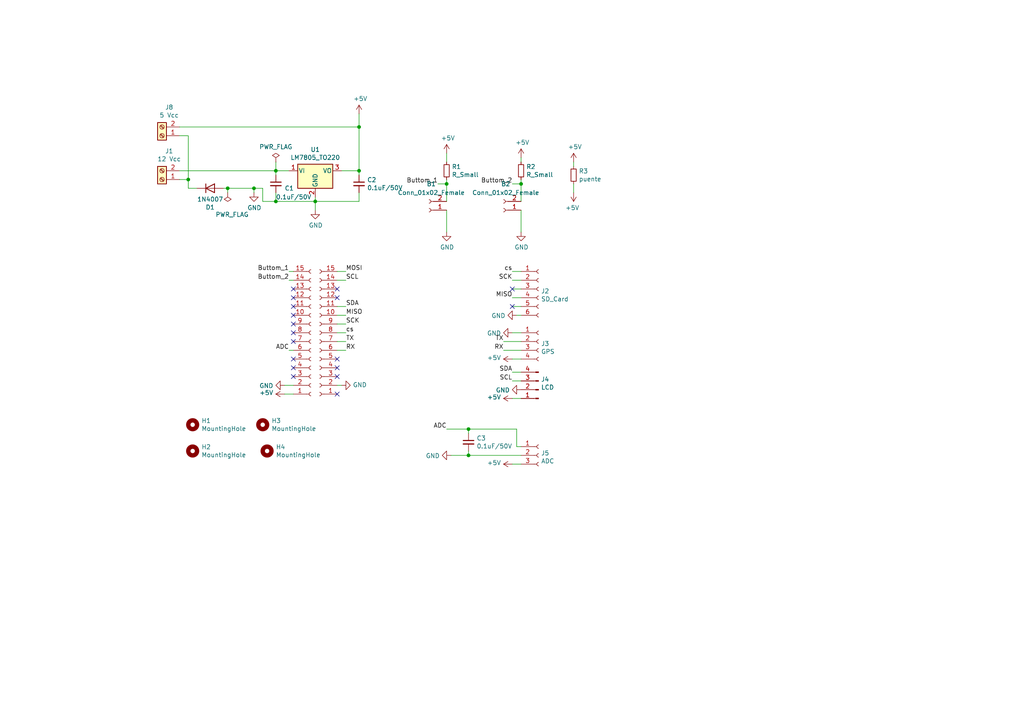
<source format=kicad_sch>
(kicad_sch (version 20211123) (generator eeschema)
  (paper "A4")
  (lib_symbols
    (symbol "Connector:Conn_01x02_Female" (pin_names (offset 1.016) hide)
      (property "Reference" "J" (at 0 2.54 0))
      (property "Value" "Conn_01x02_Female" (at 0 -5.08 0))
      (symbol "Conn_01x02_Female_1_1"
        (arc (start 0 -2.032) (mid -0.508 -2.54) (end 0 -3.048) (stroke (width 0.1524)))
        (polyline (pts (xy -1.27 -2.54) (xy -0.508 -2.54)) (stroke (width 0.1524)))
        (polyline (pts (xy -1.27 0) (xy -0.508 0)) (stroke (width 0.1524)))
        (arc (start 0 0.508) (mid -0.508 0) (end 0 -0.508) (stroke (width 0.1524)))
        (pin passive line (at -5.08 0 0) (length 3.81) (name "Pin_1") (number "1"))
        (pin passive line (at -5.08 -2.54 0) (length 3.81) (name "Pin_2") (number "2"))
      )
    )
    (symbol "Connector:Conn_01x03_Female" (pin_names (offset 1.016) hide)
      (property "Reference" "J" (at 0 5.08 0))
      (property "Value" "Conn_01x03_Female" (at 0 -5.08 0))
      (symbol "Conn_01x03_Female_1_1"
        (arc (start 0 -2.032) (mid -0.508 -2.54) (end 0 -3.048) (stroke (width 0.1524)))
        (polyline (pts (xy -1.27 -2.54) (xy -0.508 -2.54)) (stroke (width 0.1524)))
        (polyline (pts (xy -1.27 0) (xy -0.508 0)) (stroke (width 0.1524)))
        (polyline (pts (xy -1.27 2.54) (xy -0.508 2.54)) (stroke (width 0.1524)))
        (arc (start 0 0.508) (mid -0.508 0) (end 0 -0.508) (stroke (width 0.1524)))
        (arc (start 0 3.048) (mid -0.508 2.54) (end 0 2.032) (stroke (width 0.1524)))
        (pin passive line (at -5.08 2.54 0) (length 3.81) (name "Pin_1") (number "1"))
        (pin passive line (at -5.08 0 0) (length 3.81) (name "Pin_2") (number "2"))
        (pin passive line (at -5.08 -2.54 0) (length 3.81) (name "Pin_3") (number "3"))
      )
    )
    (symbol "Connector:Conn_01x04_Female" (pin_names (offset 1.016) hide)
      (property "Reference" "J" (at 0 5.08 0))
      (property "Value" "Conn_01x04_Female" (at 0 -7.62 0))
      (symbol "Conn_01x04_Female_1_1"
        (arc (start 0 -4.572) (mid -0.508 -5.08) (end 0 -5.588) (stroke (width 0.1524)))
        (arc (start 0 -2.032) (mid -0.508 -2.54) (end 0 -3.048) (stroke (width 0.1524)))
        (polyline (pts (xy -1.27 -5.08) (xy -0.508 -5.08)) (stroke (width 0.1524)))
        (polyline (pts (xy -1.27 -2.54) (xy -0.508 -2.54)) (stroke (width 0.1524)))
        (polyline (pts (xy -1.27 0) (xy -0.508 0)) (stroke (width 0.1524)))
        (polyline (pts (xy -1.27 2.54) (xy -0.508 2.54)) (stroke (width 0.1524)))
        (arc (start 0 0.508) (mid -0.508 0) (end 0 -0.508) (stroke (width 0.1524)))
        (arc (start 0 3.048) (mid -0.508 2.54) (end 0 2.032) (stroke (width 0.1524)))
        (pin passive line (at -5.08 2.54 0) (length 3.81) (name "Pin_1") (number "1"))
        (pin passive line (at -5.08 0 0) (length 3.81) (name "Pin_2") (number "2"))
        (pin passive line (at -5.08 -2.54 0) (length 3.81) (name "Pin_3") (number "3"))
        (pin passive line (at -5.08 -5.08 0) (length 3.81) (name "Pin_4") (number "4"))
      )
    )
    (symbol "Connector:Conn_01x04_Male" (pin_names (offset 1.016) hide)
      (property "Reference" "J" (at 0 5.08 0))
      (property "Value" "Conn_01x04_Male" (at 0 -7.62 0))
      (symbol "Conn_01x04_Male_1_1"
        (polyline (pts (xy 1.27 -5.08) (xy 0.8636 -5.08)) (stroke (width 0.1524)))
        (polyline (pts (xy 1.27 -2.54) (xy 0.8636 -2.54)) (stroke (width 0.1524)))
        (polyline (pts (xy 1.27 0) (xy 0.8636 0)) (stroke (width 0.1524)))
        (polyline (pts (xy 1.27 2.54) (xy 0.8636 2.54)) (stroke (width 0.1524)))
        (rectangle (start 0.8636 -4.953) (end 0 -5.207) (stroke (width 0.1524)) (fill (type outline)))
        (rectangle (start 0.8636 -2.413) (end 0 -2.667) (stroke (width 0.1524)) (fill (type outline)))
        (rectangle (start 0.8636 0.127) (end 0 -0.127) (stroke (width 0.1524)) (fill (type outline)))
        (rectangle (start 0.8636 2.667) (end 0 2.413) (stroke (width 0.1524)) (fill (type outline)))
        (pin passive line (at 5.08 2.54 180) (length 3.81) (name "Pin_1") (number "1"))
        (pin passive line (at 5.08 0 180) (length 3.81) (name "Pin_2") (number "2"))
        (pin passive line (at 5.08 -2.54 180) (length 3.81) (name "Pin_3") (number "3"))
        (pin passive line (at 5.08 -5.08 180) (length 3.81) (name "Pin_4") (number "4"))
      )
    )
    (symbol "Connector:Conn_01x06_Female" (pin_names (offset 1.016) hide)
      (property "Reference" "J" (at 0 7.62 0))
      (property "Value" "Conn_01x06_Female" (at 0 -10.16 0))
      (symbol "Conn_01x06_Female_1_1"
        (arc (start 0 -7.112) (mid -0.508 -7.62) (end 0 -8.128) (stroke (width 0.1524)))
        (arc (start 0 -4.572) (mid -0.508 -5.08) (end 0 -5.588) (stroke (width 0.1524)))
        (arc (start 0 -2.032) (mid -0.508 -2.54) (end 0 -3.048) (stroke (width 0.1524)))
        (polyline (pts (xy -1.27 -7.62) (xy -0.508 -7.62)) (stroke (width 0.1524)))
        (polyline (pts (xy -1.27 -5.08) (xy -0.508 -5.08)) (stroke (width 0.1524)))
        (polyline (pts (xy -1.27 -2.54) (xy -0.508 -2.54)) (stroke (width 0.1524)))
        (polyline (pts (xy -1.27 0) (xy -0.508 0)) (stroke (width 0.1524)))
        (polyline (pts (xy -1.27 2.54) (xy -0.508 2.54)) (stroke (width 0.1524)))
        (polyline (pts (xy -1.27 5.08) (xy -0.508 5.08)) (stroke (width 0.1524)))
        (arc (start 0 0.508) (mid -0.508 0) (end 0 -0.508) (stroke (width 0.1524)))
        (arc (start 0 3.048) (mid -0.508 2.54) (end 0 2.032) (stroke (width 0.1524)))
        (arc (start 0 5.588) (mid -0.508 5.08) (end 0 4.572) (stroke (width 0.1524)))
        (pin passive line (at -5.08 5.08 0) (length 3.81) (name "Pin_1") (number "1"))
        (pin passive line (at -5.08 2.54 0) (length 3.81) (name "Pin_2") (number "2"))
        (pin passive line (at -5.08 0 0) (length 3.81) (name "Pin_3") (number "3"))
        (pin passive line (at -5.08 -2.54 0) (length 3.81) (name "Pin_4") (number "4"))
        (pin passive line (at -5.08 -5.08 0) (length 3.81) (name "Pin_5") (number "5"))
        (pin passive line (at -5.08 -7.62 0) (length 3.81) (name "Pin_6") (number "6"))
      )
    )
    (symbol "Connector:Conn_01x15_Female" (pin_names (offset 1.016) hide)
      (property "Reference" "J" (at 0 20.32 0))
      (property "Value" "Conn_01x15_Female" (at 0 -20.32 0))
      (symbol "Conn_01x15_Female_1_1"
        (arc (start 0 -17.272) (mid -0.508 -17.78) (end 0 -18.288) (stroke (width 0.1524)))
        (arc (start 0 -14.732) (mid -0.508 -15.24) (end 0 -15.748) (stroke (width 0.1524)))
        (arc (start 0 -12.192) (mid -0.508 -12.7) (end 0 -13.208) (stroke (width 0.1524)))
        (arc (start 0 -9.652) (mid -0.508 -10.16) (end 0 -10.668) (stroke (width 0.1524)))
        (arc (start 0 -7.112) (mid -0.508 -7.62) (end 0 -8.128) (stroke (width 0.1524)))
        (arc (start 0 -4.572) (mid -0.508 -5.08) (end 0 -5.588) (stroke (width 0.1524)))
        (arc (start 0 -2.032) (mid -0.508 -2.54) (end 0 -3.048) (stroke (width 0.1524)))
        (polyline (pts (xy -1.27 -17.78) (xy -0.508 -17.78)) (stroke (width 0.1524)))
        (polyline (pts (xy -1.27 -15.24) (xy -0.508 -15.24)) (stroke (width 0.1524)))
        (polyline (pts (xy -1.27 -12.7) (xy -0.508 -12.7)) (stroke (width 0.1524)))
        (polyline (pts (xy -1.27 -10.16) (xy -0.508 -10.16)) (stroke (width 0.1524)))
        (polyline (pts (xy -1.27 -7.62) (xy -0.508 -7.62)) (stroke (width 0.1524)))
        (polyline (pts (xy -1.27 -5.08) (xy -0.508 -5.08)) (stroke (width 0.1524)))
        (polyline (pts (xy -1.27 -2.54) (xy -0.508 -2.54)) (stroke (width 0.1524)))
        (polyline (pts (xy -1.27 0) (xy -0.508 0)) (stroke (width 0.1524)))
        (polyline (pts (xy -1.27 2.54) (xy -0.508 2.54)) (stroke (width 0.1524)))
        (polyline (pts (xy -1.27 5.08) (xy -0.508 5.08)) (stroke (width 0.1524)))
        (polyline (pts (xy -1.27 7.62) (xy -0.508 7.62)) (stroke (width 0.1524)))
        (polyline (pts (xy -1.27 10.16) (xy -0.508 10.16)) (stroke (width 0.1524)))
        (polyline (pts (xy -1.27 12.7) (xy -0.508 12.7)) (stroke (width 0.1524)))
        (polyline (pts (xy -1.27 15.24) (xy -0.508 15.24)) (stroke (width 0.1524)))
        (polyline (pts (xy -1.27 17.78) (xy -0.508 17.78)) (stroke (width 0.1524)))
        (arc (start 0 0.508) (mid -0.508 0) (end 0 -0.508) (stroke (width 0.1524)))
        (arc (start 0 3.048) (mid -0.508 2.54) (end 0 2.032) (stroke (width 0.1524)))
        (arc (start 0 5.588) (mid -0.508 5.08) (end 0 4.572) (stroke (width 0.1524)))
        (arc (start 0 8.128) (mid -0.508 7.62) (end 0 7.112) (stroke (width 0.1524)))
        (arc (start 0 10.668) (mid -0.508 10.16) (end 0 9.652) (stroke (width 0.1524)))
        (arc (start 0 13.208) (mid -0.508 12.7) (end 0 12.192) (stroke (width 0.1524)))
        (arc (start 0 15.748) (mid -0.508 15.24) (end 0 14.732) (stroke (width 0.1524)))
        (arc (start 0 18.288) (mid -0.508 17.78) (end 0 17.272) (stroke (width 0.1524)))
        (pin passive line (at -5.08 17.78 0) (length 3.81) (name "Pin_1") (number "1"))
        (pin passive line (at -5.08 -5.08 0) (length 3.81) (name "Pin_10") (number "10"))
        (pin passive line (at -5.08 -7.62 0) (length 3.81) (name "Pin_11") (number "11"))
        (pin passive line (at -5.08 -10.16 0) (length 3.81) (name "Pin_12") (number "12"))
        (pin passive line (at -5.08 -12.7 0) (length 3.81) (name "Pin_13") (number "13"))
        (pin passive line (at -5.08 -15.24 0) (length 3.81) (name "Pin_14") (number "14"))
        (pin passive line (at -5.08 -17.78 0) (length 3.81) (name "Pin_15") (number "15"))
        (pin passive line (at -5.08 15.24 0) (length 3.81) (name "Pin_2") (number "2"))
        (pin passive line (at -5.08 12.7 0) (length 3.81) (name "Pin_3") (number "3"))
        (pin passive line (at -5.08 10.16 0) (length 3.81) (name "Pin_4") (number "4"))
        (pin passive line (at -5.08 7.62 0) (length 3.81) (name "Pin_5") (number "5"))
        (pin passive line (at -5.08 5.08 0) (length 3.81) (name "Pin_6") (number "6"))
        (pin passive line (at -5.08 2.54 0) (length 3.81) (name "Pin_7") (number "7"))
        (pin passive line (at -5.08 0 0) (length 3.81) (name "Pin_8") (number "8"))
        (pin passive line (at -5.08 -2.54 0) (length 3.81) (name "Pin_9") (number "9"))
      )
    )
    (symbol "Connector:Screw_Terminal_01x02" (pin_names (offset 1.016) hide)
      (property "Reference" "J" (at 0 2.54 0))
      (property "Value" "Screw_Terminal_01x02" (at 0 -5.08 0))
      (symbol "Screw_Terminal_01x02_1_1"
        (rectangle (start -1.27 1.27) (end 1.27 -3.81) (stroke (width 0.254)) (fill (type background)))
        (circle (center 0 -2.54) (radius 0.635) (stroke (width 0.1524)))
        (polyline (pts (xy -0.5334 -2.2098) (xy 0.3302 -3.048)) (stroke (width 0.1524)))
        (polyline (pts (xy -0.5334 0.3302) (xy 0.3302 -0.508)) (stroke (width 0.1524)))
        (polyline (pts (xy -0.3556 -2.032) (xy 0.508 -2.8702)) (stroke (width 0.1524)))
        (polyline (pts (xy -0.3556 0.508) (xy 0.508 -0.3302)) (stroke (width 0.1524)))
        (circle (center 0 0) (radius 0.635) (stroke (width 0.1524)))
        (pin passive line (at -5.08 0 0) (length 3.81) (name "Pin_1") (number "1"))
        (pin passive line (at -5.08 -2.54 0) (length 3.81) (name "Pin_2") (number "2"))
      )
    )
    (symbol "Device:C_Small" (pin_numbers hide) (pin_names (offset 0.254) hide)
      (property "Reference" "C" (at 0.254 1.778 0))
      (property "Value" "C_Small" (at 0.254 -2.032 0))
      (symbol "C_Small_0_1"
        (polyline (pts (xy -1.524 -0.508) (xy 1.524 -0.508)) (stroke (width 0.3302)))
        (polyline (pts (xy -1.524 0.508) (xy 1.524 0.508)) (stroke (width 0.3048)))
      )
      (symbol "C_Small_1_1"
        (pin passive line (at 0 2.54 270) (length 2.032) (name "~") (number "1"))
        (pin passive line (at 0 -2.54 90) (length 2.032) (name "~") (number "2"))
      )
    )
    (symbol "Device:R_Small" (pin_numbers hide) (pin_names (offset 0.254) hide)
      (property "Reference" "R" (at 0.762 0.508 0))
      (property "Value" "R_Small" (at 0.762 -1.016 0))
      (symbol "R_Small_0_1"
        (rectangle (start -0.762 1.778) (end 0.762 -1.778) (stroke (width 0.2032)))
      )
      (symbol "R_Small_1_1"
        (pin passive line (at 0 2.54 270) (length 0.762) (name "~") (number "1"))
        (pin passive line (at 0 -2.54 90) (length 0.762) (name "~") (number "2"))
      )
    )
    (symbol "Diode:1N4007" (pin_numbers hide) (pin_names (offset 1.016) hide)
      (property "Reference" "D" (at 0 2.54 0))
      (property "Value" "1N4007" (at 0 -2.54 0))
      (symbol "1N4007_0_1"
        (polyline (pts (xy -1.27 1.27) (xy -1.27 -1.27)) (stroke (width 0.254)))
        (polyline (pts (xy 1.27 0) (xy -1.27 0)))
        (polyline (pts (xy 1.27 1.27) (xy 1.27 -1.27) (xy -1.27 0) (xy 1.27 1.27)) (stroke (width 0.254)))
      )
      (symbol "1N4007_1_1"
        (pin passive line (at -3.81 0 0) (length 2.54) (name "K") (number "1"))
        (pin passive line (at 3.81 0 180) (length 2.54) (name "A") (number "2"))
      )
    )
    (symbol "Mechanical:MountingHole" (pin_names (offset 1.016))
      (property "Reference" "H" (at 0 5.08 0))
      (property "Value" "MountingHole" (at 0 3.175 0))
      (symbol "MountingHole_0_1"
        (circle (center 0 0) (radius 1.27) (stroke (width 1.27)))
      )
    )
    (symbol "Regulator_Linear:LM7805_TO220" (pin_names (offset 0.254))
      (property "Reference" "U" (at -3.81 3.175 0))
      (property "Value" "LM7805_TO220" (at 0 3.175 0))
      (symbol "LM7805_TO220_0_1"
        (rectangle (start -5.08 1.905) (end 5.08 -5.08) (stroke (width 0.254)) (fill (type background)))
      )
      (symbol "LM7805_TO220_1_1"
        (pin power_in line (at -7.62 0 0) (length 2.54) (name "VI") (number "1"))
        (pin power_in line (at 0 -7.62 90) (length 2.54) (name "GND") (number "2"))
        (pin power_out line (at 7.62 0 180) (length 2.54) (name "VO") (number "3"))
      )
    )
    (symbol "power:+5V" (power) (pin_names (offset 0))
      (property "Value" "+5V" (at 0 3.556 0))
      (symbol "+5V_0_1"
        (polyline (pts (xy -0.762 1.27) (xy 0 2.54)))
        (polyline (pts (xy 0 0) (xy 0 2.54)))
        (polyline (pts (xy 0 2.54) (xy 0.762 1.27)))
      )
      (symbol "+5V_1_1"
        (pin power_in line (at 0 0 90) (length 0) hide (name "+5V") (number "1"))
      )
    )
    (symbol "power:GND" (power) (pin_names (offset 0))
      (property "Value" "GND" (at 0 -3.81 0))
      (symbol "GND_0_1"
        (polyline (pts (xy 0 0) (xy 0 -1.27) (xy 1.27 -1.27) (xy 0 -2.54) (xy -1.27 -1.27) (xy 0 -1.27)))
      )
      (symbol "GND_1_1"
        (pin power_in line (at 0 0 270) (length 0) hide (name "GND") (number "1"))
      )
    )
    (symbol "power:PWR_FLAG" (power) (pin_numbers hide) (pin_names (offset 0) hide)
      (property "Value" "PWR_FLAG" (at 0 3.81 0))
      (symbol "PWR_FLAG_0_0"
        (pin power_out line (at 0 0 90) (length 0) (name "pwr") (number "1"))
      )
      (symbol "PWR_FLAG_0_1"
        (polyline (pts (xy 0 0) (xy 0 1.27) (xy -1.016 1.905) (xy 0 2.54) (xy 1.016 1.905) (xy 0 1.27)))
      )
    )
  )
  (junction (at 135.89 124.46))
  (junction (at 66.04 54.61))
  (junction (at 135.89 132.08))
  (junction (at 54.61 52.07))
  (junction (at 104.14 49.53))
  (junction (at 80.01 58.42))
  (junction (at 91.44 58.42))
  (junction (at 104.14 36.83))
  (junction (at 73.66 54.61))
  (junction (at 129.54 53.34))
  (junction (at 151.13 53.34))
  (junction (at 80.01 49.53))
  (no_connect (at 97.79 83.82))
  (no_connect (at 97.79 86.36))
  (no_connect (at 97.79 114.3))
  (no_connect (at 148.59 83.82))
  (no_connect (at 85.09 99.06))
  (no_connect (at 85.09 96.52))
  (no_connect (at 85.09 88.9))
  (no_connect (at 97.79 104.14))
  (no_connect (at 85.09 91.44))
  (no_connect (at 85.09 93.98))
  (no_connect (at 85.09 104.14))
  (no_connect (at 85.09 86.36))
  (no_connect (at 148.59 88.9))
  (no_connect (at 97.79 109.22))
  (no_connect (at 85.09 109.22))
  (no_connect (at 85.09 83.82))
  (no_connect (at 97.79 106.68))
  (no_connect (at 85.09 106.68))
  (wire (pts (xy 91.44 58.42) (xy 91.44 60.96)))
  (wire (pts (xy 149.86 91.44) (xy 151.13 91.44)))
  (wire (pts (xy 83.82 49.53) (xy 80.01 49.53)))
  (wire (pts (xy 151.13 86.36) (xy 148.59 86.36)))
  (wire (pts (xy 52.07 36.83) (xy 104.14 36.83)))
  (wire (pts (xy 83.82 101.6) (xy 85.09 101.6)))
  (wire (pts (xy 151.13 129.54) (xy 149.86 129.54)))
  (wire (pts (xy 54.61 39.37) (xy 54.61 52.07)))
  (wire (pts (xy 82.55 111.76) (xy 85.09 111.76)))
  (wire (pts (xy 151.13 45.72) (xy 151.13 46.99)))
  (wire (pts (xy 80.01 49.53) (xy 80.01 50.8)))
  (wire (pts (xy 148.59 83.82) (xy 151.13 83.82)))
  (wire (pts (xy 129.54 60.96) (xy 129.54 67.31)))
  (wire (pts (xy 57.15 54.61) (xy 54.61 54.61)))
  (wire (pts (xy 146.05 101.6) (xy 151.13 101.6)))
  (wire (pts (xy 83.82 78.74) (xy 85.09 78.74)))
  (wire (pts (xy 151.13 104.14) (xy 148.59 104.14)))
  (wire (pts (xy 148.59 107.95) (xy 151.13 107.95)))
  (wire (pts (xy 97.79 96.52) (xy 100.33 96.52)))
  (wire (pts (xy 151.13 53.34) (xy 151.13 58.42)))
  (wire (pts (xy 100.33 88.9) (xy 97.79 88.9)))
  (wire (pts (xy 104.14 49.53) (xy 104.14 50.8)))
  (wire (pts (xy 76.2 58.42) (xy 80.01 58.42)))
  (wire (pts (xy 99.06 111.76) (xy 97.79 111.76)))
  (wire (pts (xy 130.81 132.08) (xy 135.89 132.08)))
  (wire (pts (xy 52.07 49.53) (xy 80.01 49.53)))
  (wire (pts (xy 151.13 81.28) (xy 148.59 81.28)))
  (wire (pts (xy 97.79 91.44) (xy 100.33 91.44)))
  (wire (pts (xy 151.13 115.57) (xy 148.59 115.57)))
  (wire (pts (xy 80.01 46.99) (xy 80.01 49.53)))
  (wire (pts (xy 104.14 36.83) (xy 104.14 49.53)))
  (wire (pts (xy 149.86 129.54) (xy 149.86 124.46)))
  (wire (pts (xy 166.37 46.99) (xy 166.37 48.26)))
  (wire (pts (xy 127 53.34) (xy 129.54 53.34)))
  (wire (pts (xy 135.89 124.46) (xy 149.86 124.46)))
  (wire (pts (xy 151.13 60.96) (xy 151.13 67.31)))
  (wire (pts (xy 52.07 39.37) (xy 54.61 39.37)))
  (wire (pts (xy 104.14 55.88) (xy 104.14 58.42)))
  (wire (pts (xy 91.44 58.42) (xy 91.44 57.15)))
  (wire (pts (xy 151.13 52.07) (xy 151.13 53.34)))
  (wire (pts (xy 129.54 52.07) (xy 129.54 53.34)))
  (wire (pts (xy 148.59 78.74) (xy 151.13 78.74)))
  (wire (pts (xy 97.79 101.6) (xy 100.33 101.6)))
  (wire (pts (xy 129.54 53.34) (xy 129.54 58.42)))
  (wire (pts (xy 82.55 114.3) (xy 85.09 114.3)))
  (wire (pts (xy 99.06 49.53) (xy 104.14 49.53)))
  (wire (pts (xy 146.05 99.06) (xy 151.13 99.06)))
  (wire (pts (xy 148.59 88.9) (xy 151.13 88.9)))
  (wire (pts (xy 66.04 54.61) (xy 73.66 54.61)))
  (wire (pts (xy 100.33 93.98) (xy 97.79 93.98)))
  (wire (pts (xy 73.66 54.61) (xy 76.2 54.61)))
  (wire (pts (xy 129.54 124.46) (xy 135.89 124.46)))
  (wire (pts (xy 54.61 52.07) (xy 52.07 52.07)))
  (wire (pts (xy 148.59 110.49) (xy 151.13 110.49)))
  (wire (pts (xy 166.37 53.34) (xy 166.37 55.88)))
  (wire (pts (xy 54.61 54.61) (xy 54.61 52.07)))
  (wire (pts (xy 135.89 124.46) (xy 135.89 125.73)))
  (wire (pts (xy 66.04 55.88) (xy 66.04 54.61)))
  (wire (pts (xy 135.89 130.81) (xy 135.89 132.08)))
  (wire (pts (xy 76.2 54.61) (xy 76.2 58.42)))
  (wire (pts (xy 148.59 53.34) (xy 151.13 53.34)))
  (wire (pts (xy 104.14 33.02) (xy 104.14 36.83)))
  (wire (pts (xy 148.59 96.52) (xy 151.13 96.52)))
  (wire (pts (xy 97.79 99.06) (xy 100.33 99.06)))
  (wire (pts (xy 104.14 58.42) (xy 91.44 58.42)))
  (wire (pts (xy 148.59 134.62) (xy 151.13 134.62)))
  (wire (pts (xy 129.54 44.45) (xy 129.54 46.99)))
  (wire (pts (xy 135.89 132.08) (xy 151.13 132.08)))
  (wire (pts (xy 80.01 55.88) (xy 80.01 58.42)))
  (wire (pts (xy 80.01 58.42) (xy 91.44 58.42)))
  (wire (pts (xy 83.82 81.28) (xy 85.09 81.28)))
  (wire (pts (xy 100.33 78.74) (xy 97.79 78.74)))
  (wire (pts (xy 97.79 81.28) (xy 100.33 81.28)))
  (wire (pts (xy 73.66 55.88) (xy 73.66 54.61)))
  (wire (pts (xy 64.77 54.61) (xy 66.04 54.61)))
  (label "Buttom_2" (at 148.59 53.34 180))
  (label "RX" (at 100.33 101.6 0))
  (label "TX" (at 146.05 99.06 180))
  (label "Buttom_1" (at 127 53.34 180))
  (label "Buttom_2" (at 83.82 81.28 180))
  (label "cs" (at 148.59 78.74 180))
  (label "Buttom_1" (at 83.82 78.74 180))
  (label "SCK" (at 100.33 93.98 0))
  (label "SCK" (at 148.59 81.28 180))
  (label "MOSI" (at 100.33 78.74 0))
  (label "SCL" (at 148.59 110.49 180))
  (label "MISO" (at 100.33 91.44 0))
  (label "SDA" (at 148.59 107.95 180))
  (label "RX" (at 146.05 101.6 180))
  (label "MISO" (at 148.59 86.36 180))
  (label "cs" (at 100.33 96.52 0))
  (label "ADC" (at 129.54 124.46 180))
  (label "TX" (at 100.33 99.06 0))
  (label "SCL" (at 100.33 81.28 0))
  (label "ADC" (at 83.82 101.6 180))
  (label "SDA" (at 100.33 88.9 0))
  (symbol (lib_id "Regulator_Linear:LM7805_TO220") (at 91.44 49.53 0) (unit 1)
    (property "Reference" "U1" (at 91.44 43.3832 0))
    (property "Value" "LM7805_TO220" (at 91.44 45.6946 0))
    (property "Footprint" "Package_TO_SOT_THT:TO-220-3_Vertical" (effects hide))
    (property "Datasheet" "https://www.onsemi.cn/PowerSolutions/document/MC7800-D.PDF" (effects hide))
  )
  (symbol (lib_id "Diode:1N4007") (at 60.96 54.61 0) (unit 1)
    (property "Reference" "D1" (at 60.96 60.1218 0))
    (property "Value" "1N4007" (at 60.96 57.8104 0))
    (property "Footprint" "Diode_THT:D_DO-41_SOD81_P10.16mm_Horizontal" (effects hide))
    (property "Datasheet" "http://www.vishay.com/docs/88503/1n4001.pdf" (effects hide))
  )
  (symbol (lib_id "power:+5V") (at 104.14 33.02 0) (unit 1)
    (property "Reference" "#PWR02" (effects hide))
    (property "Value" "+5V" (at 104.521 28.6258 0))
  )
  (symbol (lib_id "Device:C_Small") (at 104.14 53.34 0) (unit 1)
    (property "Reference" "C2" (at 106.4768 52.1716 0) (effects (justify left)))
    (property "Value" "0.1uF/50V" (at 106.4768 54.483 0) (effects (justify left)))
    (property "Footprint" "Capacitor_THT:C_Disc_D7.0mm_W2.5mm_P5.00mm" (effects hide))
  )
  (symbol (lib_id "Device:C_Small") (at 80.01 53.34 0) (unit 1)
    (property "Reference" "C1" (at 82.55 54.61 0) (effects (justify left)))
    (property "Value" "0.1uF/50V" (at 80.01 57.15 0) (effects (justify left)))
    (property "Footprint" "Capacitor_THT:C_Disc_D7.0mm_W2.5mm_P5.00mm" (effects hide))
  )
  (symbol (lib_id "power:PWR_FLAG") (at 80.01 46.99 0) (unit 1)
    (property "Reference" "#FLG01" (effects hide))
    (property "Value" "PWR_FLAG" (at 80.01 42.5958 0))
  )
  (symbol (lib_id "Connector:Conn_01x06_Female") (at 156.21 83.82 0) (unit 1)
    (property "Reference" "J2" (at 156.9212 84.4296 0) (effects (justify left)))
    (property "Value" "SD_Card" (at 156.9212 86.741 0) (effects (justify left)))
    (property "Footprint" "Connector_PinHeader_2.54mm:PinHeader_1x06_P2.54mm_Vertical" (effects hide))
  )
  (symbol (lib_id "power:+5V") (at 82.55 114.3 90) (unit 1)
    (property "Reference" "#PWR04" (effects hide))
    (property "Value" "+5V" (at 79.2988 113.919 90) (effects (justify left)))
  )
  (symbol (lib_id "power:GND") (at 82.55 111.76 270) (unit 1)
    (property "Reference" "#PWR03" (effects hide))
    (property "Value" "GND" (at 79.2988 111.887 90) (effects (justify right)))
  )
  (symbol (lib_id "power:GND") (at 99.06 111.76 90) (unit 1)
    (property "Reference" "#PWR05" (effects hide))
    (property "Value" "GND" (at 102.3112 111.633 90) (effects (justify right)))
  )
  (symbol (lib_id "Mechanical:MountingHole") (at 55.88 123.19 0) (unit 1)
    (property "Reference" "H1" (at 58.42 122.0216 0) (effects (justify left)))
    (property "Value" "MountingHole" (at 58.42 124.333 0) (effects (justify left)))
    (property "Footprint" "MountingHole:MountingHole_2.5mm" (effects hide))
  )
  (symbol (lib_id "Mechanical:MountingHole") (at 76.2 123.19 0) (unit 1)
    (property "Reference" "H3" (at 78.74 122.0216 0) (effects (justify left)))
    (property "Value" "MountingHole" (at 78.74 124.333 0) (effects (justify left)))
    (property "Footprint" "MountingHole:MountingHole_2.5mm" (effects hide))
  )
  (symbol (lib_id "Mechanical:MountingHole") (at 55.88 130.81 0) (unit 1)
    (property "Reference" "H2" (at 58.42 129.6416 0) (effects (justify left)))
    (property "Value" "MountingHole" (at 58.42 131.953 0) (effects (justify left)))
    (property "Footprint" "MountingHole:MountingHole_2.5mm" (effects hide))
  )
  (symbol (lib_id "Connector:Conn_01x04_Female") (at 156.21 99.06 0) (unit 1)
    (property "Reference" "J3" (at 156.9212 99.6696 0) (effects (justify left)))
    (property "Value" "GPS" (at 156.9212 101.981 0) (effects (justify left)))
    (property "Footprint" "Connector_PinHeader_2.54mm:PinHeader_1x04_P2.54mm_Vertical" (effects hide))
  )
  (symbol (lib_id "power:GND") (at 148.59 96.52 270) (unit 1)
    (property "Reference" "#PWR08" (effects hide))
    (property "Value" "GND" (at 145.3388 96.647 90) (effects (justify right)))
  )
  (symbol (lib_id "power:+5V") (at 148.59 104.14 90) (unit 1)
    (property "Reference" "#PWR09" (effects hide))
    (property "Value" "+5V" (at 145.3388 103.759 90) (effects (justify left)))
  )
  (symbol (lib_id "power:+5V") (at 148.59 115.57 90) (unit 1)
    (property "Reference" "#PWR011" (effects hide))
    (property "Value" "+5V" (at 145.3388 115.189 90) (effects (justify left)))
  )
  (symbol (lib_id "Connector:Conn_01x04_Male") (at 156.21 113.03 180) (unit 1)
    (property "Reference" "J4" (at 156.9212 110.0328 0) (effects (justify right)))
    (property "Value" "LCD" (at 156.9212 112.3442 0) (effects (justify right)))
    (property "Footprint" "Connector_PinHeader_2.54mm:PinHeader_1x04_P2.54mm_Vertical" (effects hide))
  )
  (symbol (lib_id "power:GND") (at 91.44 60.96 0) (unit 1)
    (property "Reference" "#PWR0101" (effects hide))
    (property "Value" "GND" (at 91.567 65.3542 0))
  )
  (symbol (lib_id "power:GND") (at 73.66 55.88 0) (unit 1)
    (property "Reference" "#PWR0102" (effects hide))
    (property "Value" "GND" (at 73.787 60.2742 0))
  )
  (symbol (lib_id "Device:R_Small") (at 129.54 49.53 0) (unit 1)
    (property "Reference" "R1" (at 131.0386 48.3616 0) (effects (justify left)))
    (property "Value" "R_Small" (at 131.0386 50.673 0) (effects (justify left)))
    (property "Footprint" "Resistor_THT:R_Axial_DIN0207_L6.3mm_D2.5mm_P10.16mm_Horizontal" (effects hide))
  )
  (symbol (lib_id "power:GND") (at 129.54 67.31 0) (unit 1)
    (property "Reference" "#PWR012" (effects hide))
    (property "Value" "GND" (at 129.667 71.7042 0))
  )
  (symbol (lib_id "power:+5V") (at 129.54 44.45 0) (unit 1)
    (property "Reference" "#PWR01" (effects hide))
    (property "Value" "+5V" (at 129.921 40.0558 0))
  )
  (symbol (lib_id "Device:R_Small") (at 151.13 49.53 0) (unit 1)
    (property "Reference" "R2" (at 152.6286 48.3616 0) (effects (justify left)))
    (property "Value" "R_Small" (at 152.6286 50.673 0) (effects (justify left)))
    (property "Footprint" "Resistor_THT:R_Axial_DIN0207_L6.3mm_D2.5mm_P10.16mm_Horizontal" (effects hide))
  )
  (symbol (lib_id "power:GND") (at 151.13 67.31 0) (unit 1)
    (property "Reference" "#PWR014" (effects hide))
    (property "Value" "GND" (at 151.257 71.7042 0))
  )
  (symbol (lib_id "power:+5V") (at 151.13 45.72 0) (unit 1)
    (property "Reference" "#PWR013" (effects hide))
    (property "Value" "+5V" (at 151.511 41.3258 0))
  )
  (symbol (lib_id "power:+5V") (at 148.59 134.62 90) (unit 1)
    (property "Reference" "#PWR015" (effects hide))
    (property "Value" "+5V" (at 145.3388 134.239 90) (effects (justify left)))
  )
  (symbol (lib_id "power:GND") (at 130.81 132.08 270) (unit 1)
    (property "Reference" "#PWR016" (effects hide))
    (property "Value" "GND" (at 127.5588 132.207 90) (effects (justify right)))
  )
  (symbol (lib_id "Connector:Conn_01x03_Female") (at 156.21 132.08 0) (unit 1)
    (property "Reference" "J5" (at 156.9212 131.4196 0) (effects (justify left)))
    (property "Value" "ADC" (at 156.9212 133.731 0) (effects (justify left)))
    (property "Footprint" "Connector_PinHeader_2.54mm:PinHeader_1x03_P2.54mm_Vertical" (effects hide))
  )
  (symbol (lib_id "power:PWR_FLAG") (at 66.04 55.88 180) (unit 1)
    (property "Reference" "#FLG0101" (effects hide))
    (property "Value" "PWR_FLAG" (at 67.31 62.23 0))
  )
  (symbol (lib_id "Connector:Conn_01x15_Female") (at 92.71 96.52 180) (unit 1)
    (property "Reference" "J7" (effects hide))
    (property "Value" "Conn_01x15_Female" (effects hide))
    (property "Footprint" "Connector_PinSocket_2.54mm:PinSocket_1x15_P2.54mm_Vertical" (effects hide))
  )
  (symbol (lib_id "Connector:Conn_01x15_Female") (at 90.17 96.52 0) (mirror x) (unit 1)
    (property "Reference" "J6" (effects hide))
    (property "Value" "Conn_01x15_Female" (effects hide))
    (property "Footprint" "Connector_PinSocket_2.54mm:PinSocket_1x15_P2.54mm_Vertical" (effects hide))
  )
  (symbol (lib_id "Connector:Screw_Terminal_01x02") (at 46.99 52.07 180) (unit 1)
    (property "Reference" "J1" (at 49.0728 43.815 0))
    (property "Value" "12 Vcc" (at 49.0728 46.1264 0))
    (property "Footprint" "TerminalBlock:TerminalBlock_bornier-2_P5.08mm" (effects hide))
  )
  (symbol (lib_id "Device:R_Small") (at 166.37 50.8 0) (unit 1)
    (property "Reference" "R3" (at 167.8686 49.6316 0) (effects (justify left)))
    (property "Value" "puente" (at 167.8686 51.943 0) (effects (justify left)))
    (property "Footprint" "Resistor_THT:R_Axial_DIN0207_L6.3mm_D2.5mm_P10.16mm_Horizontal" (effects hide))
  )
  (symbol (lib_id "Mechanical:MountingHole") (at 77.47 130.81 0) (unit 1)
    (property "Reference" "H4" (at 80.01 129.6416 0) (effects (justify left)))
    (property "Value" "MountingHole" (at 80.01 131.953 0) (effects (justify left)))
    (property "Footprint" "MountingHole:MountingHole_2.5mm" (effects hide))
  )
  (symbol (lib_id "Connector:Conn_01x02_Female") (at 124.46 60.96 180) (unit 1)
    (property "Reference" "B1" (at 125.095 53.34 0))
    (property "Value" "Conn_01x02_Female" (at 125.095 55.88 0))
    (property "Footprint" "Connector_PinSocket_2.54mm:PinSocket_1x02_P2.54mm_Vertical" (effects hide))
  )
  (symbol (lib_id "Connector:Screw_Terminal_01x02") (at 46.99 39.37 180) (unit 1)
    (property "Reference" "J8" (at 49.0728 31.115 0))
    (property "Value" "5 Vcc" (at 49.0728 33.4264 0))
    (property "Footprint" "TerminalBlock:TerminalBlock_bornier-2_P5.08mm" (effects hide))
  )
  (symbol (lib_id "power:+5V") (at 166.37 46.99 0) (unit 1)
    (property "Reference" "#PWR06" (effects hide))
    (property "Value" "+5V" (at 166.751 42.5958 0))
  )
  (symbol (lib_id "Device:C_Small") (at 135.89 128.27 0) (unit 1)
    (property "Reference" "C3" (at 138.2268 127.1016 0) (effects (justify left)))
    (property "Value" "0.1uF/50V" (at 138.2268 129.413 0) (effects (justify left)))
    (property "Footprint" "Capacitor_THT:C_Disc_D7.0mm_W2.5mm_P5.00mm" (effects hide))
  )
  (symbol (lib_id "power:+5V") (at 166.37 55.88 180) (unit 1)
    (property "Reference" "#PWR07" (effects hide))
    (property "Value" "+5V" (at 165.989 60.2742 0))
  )
  (symbol (lib_id "Connector:Conn_01x02_Female") (at 146.05 60.96 180) (unit 1)
    (property "Reference" "B2" (at 146.685 53.34 0))
    (property "Value" "Conn_01x02_Female" (at 146.685 55.88 0))
    (property "Footprint" "Connector_PinSocket_2.54mm:PinSocket_1x02_P2.54mm_Vertical" (effects hide))
  )
  (symbol (lib_id "power:GND") (at 151.13 113.03 270) (unit 1)
    (property "Reference" "#PWR0103" (effects hide))
    (property "Value" "GND" (at 147.8788 113.157 90) (effects (justify right)))
  )
  (symbol (lib_id "power:GND") (at 149.86 91.44 270) (unit 1)
    (property "Reference" "#PWR010" (effects hide))
    (property "Value" "GND" (at 146.6088 91.567 90) (effects (justify right)))
  )
)
</source>
